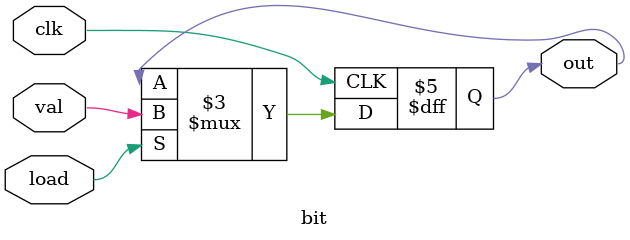
<source format=v>
module bit (
    input wire val,load,clk,
    output reg out
);
always @(posedge clk)begin
    if (load)
    out<=val;
    else
    out=out;
end
endmodule 
</source>
